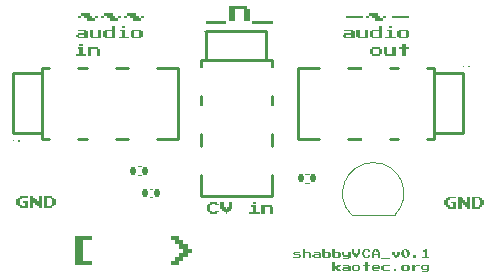
<source format=gbr>
%TF.GenerationSoftware,KiCad,Pcbnew,8.0.7+1*%
%TF.CreationDate,2025-02-03T22:01:07+01:00*%
%TF.ProjectId,passiveVCA,70617373-6976-4655-9643-412e6b696361,rev?*%
%TF.SameCoordinates,Original*%
%TF.FileFunction,Legend,Top*%
%TF.FilePolarity,Positive*%
%FSLAX46Y46*%
G04 Gerber Fmt 4.6, Leading zero omitted, Abs format (unit mm)*
G04 Created by KiCad (PCBNEW 8.0.7+1) date 2025-02-03 22:01:07*
%MOMM*%
%LPD*%
G01*
G04 APERTURE LIST*
G04 Aperture macros list*
%AMRoundRect*
0 Rectangle with rounded corners*
0 $1 Rounding radius*
0 $2 $3 $4 $5 $6 $7 $8 $9 X,Y pos of 4 corners*
0 Add a 4 corners polygon primitive as box body*
4,1,4,$2,$3,$4,$5,$6,$7,$8,$9,$2,$3,0*
0 Add four circle primitives for the rounded corners*
1,1,$1+$1,$2,$3*
1,1,$1+$1,$4,$5*
1,1,$1+$1,$6,$7*
1,1,$1+$1,$8,$9*
0 Add four rect primitives between the rounded corners*
20,1,$1+$1,$2,$3,$4,$5,0*
20,1,$1+$1,$4,$5,$6,$7,0*
20,1,$1+$1,$6,$7,$8,$9,0*
20,1,$1+$1,$8,$9,$2,$3,0*%
G04 Aperture macros list end*
%ADD10C,0.000000*%
%ADD11C,0.059999*%
%ADD12C,0.059995*%
%ADD13C,0.254001*%
%ADD14C,0.120000*%
%ADD15C,2.600000*%
%ADD16C,4.400000*%
%ADD17C,1.600000*%
%ADD18O,2.300000X1.400000*%
%ADD19O,1.400000X2.300000*%
%ADD20RoundRect,0.135000X-0.135000X-0.185000X0.135000X-0.185000X0.135000X0.185000X-0.135000X0.185000X0*%
%ADD21O,1.050000X1.500000*%
%ADD22R,1.050000X1.500000*%
%ADD23RoundRect,0.140000X-0.140000X-0.170000X0.140000X-0.170000X0.140000X0.170000X-0.140000X0.170000X0*%
G04 APERTURE END LIST*
D10*
G36*
X127177365Y-86789161D02*
G01*
X127322125Y-86789161D01*
X127322125Y-86933921D01*
X127466885Y-86933921D01*
X127466885Y-87368182D01*
X127322125Y-87368182D01*
X127322125Y-87512943D01*
X127177365Y-87512943D01*
X127177365Y-87657703D01*
X126453595Y-87657703D01*
X126453595Y-87512918D01*
X126453595Y-86789150D01*
X126743100Y-86789150D01*
X126743100Y-87512918D01*
X127032605Y-87512918D01*
X127032605Y-87368158D01*
X127177365Y-87368158D01*
X127177365Y-86933896D01*
X127032605Y-86933896D01*
X127032608Y-86861530D01*
X127032608Y-86789150D01*
X126743100Y-86789150D01*
X126453595Y-86789150D01*
X126453595Y-86644401D01*
X127177365Y-86644401D01*
X127177365Y-86789161D01*
G37*
G36*
X97121337Y-73095176D02*
G01*
X97410846Y-73095176D01*
X97410846Y-73239930D01*
X96542323Y-73239930D01*
X96542323Y-73095176D01*
X96831832Y-73095176D01*
X96831832Y-72660915D01*
X96687072Y-72660915D01*
X96687078Y-72588538D01*
X96687078Y-72516161D01*
X97121337Y-72516161D01*
X97121337Y-73095176D01*
G37*
G36*
X122865013Y-92954772D02*
G01*
X122760674Y-92954772D01*
X122760674Y-93059112D01*
X122238953Y-93059112D01*
X122238953Y-92954772D01*
X122656334Y-92954772D01*
X122656334Y-92850433D01*
X122238953Y-92850433D01*
X122238953Y-92746093D01*
X122134613Y-92746093D01*
X122134613Y-92746082D01*
X122134613Y-92537404D01*
X122238953Y-92537404D01*
X122238953Y-92537393D01*
X122343289Y-92537393D01*
X122343289Y-92746082D01*
X122656323Y-92746082D01*
X122656323Y-92537393D01*
X122343289Y-92537393D01*
X122238953Y-92537393D01*
X122238945Y-92485221D01*
X122238945Y-92433051D01*
X122865013Y-92433051D01*
X122865013Y-92954772D01*
G37*
G36*
X104875885Y-87245948D02*
G01*
X105020645Y-87245948D01*
X105020645Y-87390708D01*
X104731139Y-87390708D01*
X104731139Y-87245948D01*
X104441624Y-87245948D01*
X104441624Y-87390708D01*
X104296864Y-87390708D01*
X104296864Y-87824970D01*
X104441624Y-87824970D01*
X104441624Y-87969730D01*
X104731133Y-87969730D01*
X104731133Y-87824970D01*
X105020640Y-87824970D01*
X105020640Y-87969730D01*
X104875880Y-87969730D01*
X104875880Y-88114490D01*
X104296864Y-88114490D01*
X104296864Y-87969730D01*
X104152104Y-87969730D01*
X104152104Y-87824970D01*
X104007344Y-87824970D01*
X104007344Y-87390708D01*
X104152104Y-87390708D01*
X104152104Y-87245948D01*
X104296864Y-87245948D01*
X104296870Y-87173568D01*
X104296870Y-87101188D01*
X104875885Y-87101188D01*
X104875885Y-87245948D01*
G37*
G36*
X119206707Y-71559385D02*
G01*
X118962643Y-71559385D01*
X118962643Y-71315323D01*
X119206707Y-71315323D01*
X119206707Y-71559385D01*
G37*
G36*
X109508004Y-87535461D02*
G01*
X109652764Y-87535461D01*
X109652764Y-88114477D01*
X109363257Y-88114477D01*
X109363257Y-87535461D01*
X108928995Y-87535461D01*
X108928995Y-88114477D01*
X108639487Y-88114477D01*
X108639481Y-87752584D01*
X108639481Y-87390701D01*
X109508004Y-87390701D01*
X109508004Y-87535461D01*
G37*
G36*
X113578350Y-91413030D02*
G01*
X113682690Y-91413030D01*
X113682690Y-91830407D01*
X113056624Y-91830407D01*
X113056624Y-91726068D01*
X112952284Y-91726068D01*
X112952284Y-91726064D01*
X112952284Y-91621728D01*
X113056624Y-91621728D01*
X113056624Y-91621724D01*
X113160973Y-91621724D01*
X113160973Y-91726064D01*
X113474007Y-91726064D01*
X113474007Y-91621724D01*
X113160973Y-91621724D01*
X113056624Y-91621724D01*
X113056624Y-91517389D01*
X113474001Y-91517389D01*
X113474001Y-91413049D01*
X113056624Y-91413049D01*
X113056630Y-91360860D01*
X113056630Y-91308690D01*
X113578350Y-91308690D01*
X113578350Y-91413030D01*
G37*
G36*
X125150811Y-86789157D02*
G01*
X124571793Y-86789157D01*
X124571793Y-86933917D01*
X124427033Y-86933917D01*
X124427033Y-87368179D01*
X124571793Y-87368179D01*
X124571793Y-87512939D01*
X124861298Y-87512939D01*
X124861298Y-87223432D01*
X124716538Y-87223432D01*
X124716538Y-87078672D01*
X125150799Y-87078672D01*
X125150799Y-87657687D01*
X124427033Y-87657687D01*
X124427033Y-87512927D01*
X124282273Y-87512927D01*
X124282273Y-87368167D01*
X124137513Y-87368167D01*
X124137513Y-86933906D01*
X124282273Y-86933906D01*
X124282273Y-86789146D01*
X124427033Y-86789146D01*
X124427040Y-86716777D01*
X124427040Y-86644397D01*
X125150811Y-86644397D01*
X125150811Y-86789157D01*
G37*
G36*
X98424122Y-72660915D02*
G01*
X98568882Y-72660915D01*
X98568882Y-73095177D01*
X98424122Y-73095177D01*
X98424122Y-73239930D01*
X97700353Y-73239930D01*
X97700353Y-73095177D01*
X97555593Y-73095177D01*
X97555593Y-72660915D01*
X97700353Y-72660915D01*
X97845107Y-72660915D01*
X97845107Y-73095177D01*
X98279368Y-73095177D01*
X98279368Y-72660915D01*
X97845107Y-72660915D01*
X97700353Y-72660915D01*
X97700353Y-72516161D01*
X98424122Y-72516161D01*
X98424122Y-72660915D01*
G37*
G36*
X93518476Y-73870757D02*
G01*
X93228967Y-73870757D01*
X93228967Y-73726003D01*
X93518476Y-73726003D01*
X93518476Y-73870757D01*
G37*
G36*
X108205220Y-87969714D02*
G01*
X108494727Y-87969714D01*
X108494727Y-88114475D01*
X107626204Y-88114475D01*
X107626204Y-87969714D01*
X107915711Y-87969714D01*
X107915711Y-87535453D01*
X107770951Y-87535453D01*
X107770958Y-87463079D01*
X107770958Y-87390699D01*
X108205220Y-87390699D01*
X108205220Y-87969714D01*
G37*
D11*
X126156157Y-75560761D02*
X126157681Y-75560877D01*
X126159182Y-75561068D01*
X126160659Y-75561332D01*
X126162111Y-75561667D01*
X126163534Y-75562071D01*
X126164928Y-75562543D01*
X126166290Y-75563080D01*
X126167619Y-75563681D01*
X126168913Y-75564343D01*
X126170169Y-75565066D01*
X126171386Y-75565846D01*
X126172562Y-75566683D01*
X126173696Y-75567573D01*
X126174784Y-75568516D01*
X126175826Y-75569509D01*
X126176819Y-75570551D01*
X126177762Y-75571640D01*
X126178653Y-75572773D01*
X126179489Y-75573949D01*
X126180269Y-75575167D01*
X126180992Y-75576423D01*
X126181654Y-75577716D01*
X126182255Y-75579045D01*
X126182792Y-75580408D01*
X126183264Y-75581801D01*
X126183668Y-75583225D01*
X126184003Y-75584676D01*
X126184267Y-75586154D01*
X126184458Y-75587655D01*
X126184574Y-75589179D01*
X126184613Y-75590722D01*
X126184574Y-75592266D01*
X126184458Y-75593790D01*
X126184267Y-75595291D01*
X126184003Y-75596768D01*
X126183668Y-75598220D01*
X126183264Y-75599643D01*
X126182792Y-75601037D01*
X126182255Y-75602400D01*
X126181654Y-75603728D01*
X126180992Y-75605022D01*
X126180269Y-75606278D01*
X126179489Y-75607495D01*
X126178653Y-75608672D01*
X126177762Y-75609805D01*
X126176819Y-75610893D01*
X126175826Y-75611935D01*
X126174784Y-75612929D01*
X126173696Y-75613872D01*
X126172562Y-75614762D01*
X126171386Y-75615599D01*
X126170169Y-75616379D01*
X126168913Y-75617101D01*
X126167619Y-75617764D01*
X126166290Y-75618365D01*
X126164928Y-75618902D01*
X126163534Y-75619374D01*
X126162111Y-75619778D01*
X126160659Y-75620113D01*
X126159182Y-75620377D01*
X126157681Y-75620568D01*
X126156157Y-75620684D01*
X126154614Y-75620723D01*
X126153070Y-75620684D01*
X126151547Y-75620568D01*
X126150045Y-75620377D01*
X126148568Y-75620113D01*
X126147117Y-75619778D01*
X126145693Y-75619374D01*
X126144299Y-75618902D01*
X126142937Y-75618365D01*
X126141608Y-75617764D01*
X126140315Y-75617101D01*
X126139059Y-75616379D01*
X126137841Y-75615599D01*
X126136665Y-75614762D01*
X126135532Y-75613872D01*
X126134444Y-75612929D01*
X126133402Y-75611935D01*
X126132408Y-75610893D01*
X126131466Y-75609805D01*
X126130575Y-75608672D01*
X126129739Y-75607495D01*
X126128958Y-75606278D01*
X126128236Y-75605022D01*
X126127573Y-75603728D01*
X126126973Y-75602400D01*
X126126435Y-75601037D01*
X126125964Y-75599643D01*
X126125560Y-75598220D01*
X126125225Y-75596768D01*
X126124961Y-75595291D01*
X126124770Y-75593790D01*
X126124654Y-75592266D01*
X126124615Y-75590722D01*
X126124654Y-75589179D01*
X126124770Y-75587655D01*
X126124961Y-75586154D01*
X126125225Y-75584676D01*
X126125560Y-75583225D01*
X126125964Y-75581801D01*
X126126435Y-75580408D01*
X126126973Y-75579045D01*
X126127573Y-75577716D01*
X126128236Y-75576423D01*
X126128958Y-75575167D01*
X126129739Y-75573949D01*
X126130575Y-75572773D01*
X126131466Y-75571640D01*
X126132408Y-75570551D01*
X126133402Y-75569509D01*
X126134444Y-75568516D01*
X126135532Y-75567573D01*
X126136665Y-75566683D01*
X126137841Y-75565846D01*
X126139059Y-75565066D01*
X126140315Y-75564343D01*
X126141608Y-75563681D01*
X126142937Y-75563080D01*
X126144299Y-75562543D01*
X126145693Y-75562071D01*
X126147117Y-75561667D01*
X126148568Y-75561332D01*
X126150045Y-75561068D01*
X126151547Y-75560877D01*
X126153070Y-75560761D01*
X126154614Y-75560722D01*
X126156157Y-75560761D01*
G36*
X126156157Y-75560761D02*
G01*
X126157681Y-75560877D01*
X126159182Y-75561068D01*
X126160659Y-75561332D01*
X126162111Y-75561667D01*
X126163534Y-75562071D01*
X126164928Y-75562543D01*
X126166290Y-75563080D01*
X126167619Y-75563681D01*
X126168913Y-75564343D01*
X126170169Y-75565066D01*
X126171386Y-75565846D01*
X126172562Y-75566683D01*
X126173696Y-75567573D01*
X126174784Y-75568516D01*
X126175826Y-75569509D01*
X126176819Y-75570551D01*
X126177762Y-75571640D01*
X126178653Y-75572773D01*
X126179489Y-75573949D01*
X126180269Y-75575167D01*
X126180992Y-75576423D01*
X126181654Y-75577716D01*
X126182255Y-75579045D01*
X126182792Y-75580408D01*
X126183264Y-75581801D01*
X126183668Y-75583225D01*
X126184003Y-75584676D01*
X126184267Y-75586154D01*
X126184458Y-75587655D01*
X126184574Y-75589179D01*
X126184613Y-75590722D01*
X126184574Y-75592266D01*
X126184458Y-75593790D01*
X126184267Y-75595291D01*
X126184003Y-75596768D01*
X126183668Y-75598220D01*
X126183264Y-75599643D01*
X126182792Y-75601037D01*
X126182255Y-75602400D01*
X126181654Y-75603728D01*
X126180992Y-75605022D01*
X126180269Y-75606278D01*
X126179489Y-75607495D01*
X126178653Y-75608672D01*
X126177762Y-75609805D01*
X126176819Y-75610893D01*
X126175826Y-75611935D01*
X126174784Y-75612929D01*
X126173696Y-75613872D01*
X126172562Y-75614762D01*
X126171386Y-75615599D01*
X126170169Y-75616379D01*
X126168913Y-75617101D01*
X126167619Y-75617764D01*
X126166290Y-75618365D01*
X126164928Y-75618902D01*
X126163534Y-75619374D01*
X126162111Y-75619778D01*
X126160659Y-75620113D01*
X126159182Y-75620377D01*
X126157681Y-75620568D01*
X126156157Y-75620684D01*
X126154614Y-75620723D01*
X126153070Y-75620684D01*
X126151547Y-75620568D01*
X126150045Y-75620377D01*
X126148568Y-75620113D01*
X126147117Y-75619778D01*
X126145693Y-75619374D01*
X126144299Y-75618902D01*
X126142937Y-75618365D01*
X126141608Y-75617764D01*
X126140315Y-75617101D01*
X126139059Y-75616379D01*
X126137841Y-75615599D01*
X126136665Y-75614762D01*
X126135532Y-75613872D01*
X126134444Y-75612929D01*
X126133402Y-75611935D01*
X126132408Y-75610893D01*
X126131466Y-75609805D01*
X126130575Y-75608672D01*
X126129739Y-75607495D01*
X126128958Y-75606278D01*
X126128236Y-75605022D01*
X126127573Y-75603728D01*
X126126973Y-75602400D01*
X126126435Y-75601037D01*
X126125964Y-75599643D01*
X126125560Y-75598220D01*
X126125225Y-75596768D01*
X126124961Y-75595291D01*
X126124770Y-75593790D01*
X126124654Y-75592266D01*
X126124615Y-75590722D01*
X126124654Y-75589179D01*
X126124770Y-75587655D01*
X126124961Y-75586154D01*
X126125225Y-75584676D01*
X126125560Y-75583225D01*
X126125964Y-75581801D01*
X126126435Y-75580408D01*
X126126973Y-75579045D01*
X126127573Y-75577716D01*
X126128236Y-75576423D01*
X126128958Y-75575167D01*
X126129739Y-75573949D01*
X126130575Y-75572773D01*
X126131466Y-75571640D01*
X126132408Y-75570551D01*
X126133402Y-75569509D01*
X126134444Y-75568516D01*
X126135532Y-75567573D01*
X126136665Y-75566683D01*
X126137841Y-75565846D01*
X126139059Y-75565066D01*
X126140315Y-75564343D01*
X126141608Y-75563681D01*
X126142937Y-75563080D01*
X126144299Y-75562543D01*
X126145693Y-75562071D01*
X126147117Y-75561667D01*
X126148568Y-75561332D01*
X126150045Y-75561068D01*
X126151547Y-75560877D01*
X126153070Y-75560761D01*
X126154614Y-75560722D01*
X126156157Y-75560761D01*
G37*
D10*
G36*
X112326218Y-91308688D02*
G01*
X112743595Y-91308688D01*
X112743595Y-91413028D01*
X112847935Y-91413028D01*
X112847935Y-91830406D01*
X112639246Y-91830406D01*
X112639246Y-91413028D01*
X112326212Y-91413028D01*
X112326212Y-91830406D01*
X112117529Y-91830406D01*
X112117529Y-91100000D01*
X112326218Y-91100000D01*
X112326218Y-91308688D01*
G37*
G36*
X114830483Y-92537393D02*
G01*
X115039170Y-92537393D01*
X115039170Y-92433053D01*
X115352204Y-92433053D01*
X115352204Y-92537393D01*
X115247864Y-92537393D01*
X115247864Y-92641733D01*
X115143524Y-92641733D01*
X115143524Y-92746072D01*
X115247864Y-92746072D01*
X115247864Y-92850412D01*
X115352204Y-92850412D01*
X115352204Y-92954751D01*
X115039170Y-92954751D01*
X115039170Y-92850412D01*
X114934830Y-92850412D01*
X114934830Y-92746072D01*
X114830490Y-92746072D01*
X114830490Y-92954761D01*
X114621804Y-92954761D01*
X114621796Y-92589567D01*
X114621796Y-92224361D01*
X114830483Y-92224361D01*
X114830483Y-92537393D01*
G37*
G36*
X97256638Y-71559385D02*
G01*
X97012576Y-71559385D01*
X97012576Y-71315323D01*
X97256638Y-71315323D01*
X97256638Y-71559385D01*
G37*
G36*
X117742325Y-71559385D02*
G01*
X117498265Y-71559385D01*
X117498265Y-71315323D01*
X117742325Y-71315323D01*
X117742325Y-71559385D01*
G37*
G36*
X113995728Y-91308688D02*
G01*
X114413109Y-91308688D01*
X114413109Y-91413028D01*
X114517449Y-91413028D01*
X114517449Y-91726062D01*
X114413109Y-91726062D01*
X114413109Y-91830402D01*
X113891388Y-91830402D01*
X113891388Y-91726066D01*
X113891388Y-91726062D01*
X113787049Y-91726062D01*
X113787039Y-91413032D01*
X113995728Y-91413032D01*
X113995728Y-91726066D01*
X114308762Y-91726066D01*
X114308762Y-91413032D01*
X113995728Y-91413032D01*
X113787039Y-91413032D01*
X113787039Y-91100000D01*
X113995728Y-91100000D01*
X113995728Y-91308688D01*
G37*
G36*
X96252817Y-73239930D02*
G01*
X95384294Y-73239930D01*
X95384294Y-73095177D01*
X95384294Y-73095176D01*
X95239534Y-73095176D01*
X95239534Y-72660915D01*
X95384294Y-72660915D01*
X95529048Y-72660915D01*
X95529048Y-73095177D01*
X95963308Y-73095177D01*
X95963308Y-72660915D01*
X95529048Y-72660915D01*
X95384294Y-72660915D01*
X95384294Y-72516161D01*
X95963308Y-72516161D01*
X95963308Y-72226654D01*
X96252817Y-72226654D01*
X96252817Y-73239930D01*
G37*
G36*
X93792003Y-72660915D02*
G01*
X93936763Y-72660915D01*
X93936763Y-73239930D01*
X93068239Y-73239930D01*
X93068239Y-73095177D01*
X93068239Y-73095176D01*
X92923478Y-73095176D01*
X92923478Y-72950423D01*
X93212987Y-72950423D01*
X93212987Y-73095177D01*
X93647249Y-73095177D01*
X93647249Y-72950423D01*
X93212987Y-72950423D01*
X92923478Y-72950423D01*
X92923478Y-72950422D01*
X93068239Y-72950422D01*
X93068239Y-72805668D01*
X93647254Y-72805668D01*
X93647254Y-72660915D01*
X93068239Y-72660915D01*
X93068233Y-72588538D01*
X93068233Y-72516161D01*
X93792003Y-72516161D01*
X93792003Y-72660915D01*
G37*
G36*
X121159203Y-71559385D02*
G01*
X119694825Y-71559385D01*
X119694825Y-71315323D01*
X121159203Y-71315323D01*
X121159203Y-71559385D01*
G37*
G36*
X90930806Y-86739299D02*
G01*
X91075561Y-86739299D01*
X91075561Y-86884059D01*
X91220314Y-86884059D01*
X91220314Y-87318321D01*
X91075560Y-87318321D01*
X91075560Y-87463081D01*
X90930806Y-87463081D01*
X90930806Y-87607841D01*
X90207037Y-87607841D01*
X90207038Y-87463054D01*
X90207038Y-87101175D01*
X90207038Y-86739286D01*
X90496545Y-86739286D01*
X90496545Y-87463054D01*
X90786052Y-87463054D01*
X90786052Y-87318294D01*
X90930806Y-87318294D01*
X90930806Y-86884033D01*
X90786052Y-86884033D01*
X90786053Y-86811666D01*
X90786053Y-86739286D01*
X90496545Y-86739286D01*
X90207038Y-86739286D01*
X90207038Y-86594539D01*
X90930806Y-86594539D01*
X90930806Y-86739299D01*
G37*
G36*
X107385149Y-70786156D02*
G01*
X107629214Y-70786156D01*
X107629214Y-71762406D01*
X107141089Y-71762406D01*
X107141089Y-70786156D01*
X106408900Y-70786156D01*
X106408900Y-71762406D01*
X105920775Y-71762406D01*
X105920775Y-70542094D01*
X107385149Y-70542094D01*
X107385149Y-70786156D01*
G37*
G36*
X119525997Y-91934753D02*
G01*
X118795582Y-91934753D01*
X118795582Y-91830413D01*
X119525997Y-91830413D01*
X119525997Y-91934753D01*
G37*
G36*
X105454899Y-87535453D02*
G01*
X105599659Y-87535453D01*
X105599659Y-87680213D01*
X105744419Y-87680213D01*
X105744419Y-87535453D01*
X105889180Y-87535453D01*
X105889180Y-87101192D01*
X106178686Y-87101192D01*
X106178686Y-87680208D01*
X106033926Y-87680208D01*
X106033926Y-87824968D01*
X105889166Y-87824968D01*
X105889166Y-87969728D01*
X105744406Y-87969728D01*
X105744406Y-88114488D01*
X105599646Y-88114488D01*
X105599646Y-87969728D01*
X105454886Y-87969728D01*
X105454886Y-87824968D01*
X105310126Y-87824968D01*
X105310126Y-87680208D01*
X105165366Y-87680208D01*
X105165392Y-87390699D01*
X105165392Y-87101192D01*
X105454899Y-87101192D01*
X105454899Y-87535453D01*
G37*
G36*
X116382328Y-72660915D02*
G01*
X116527088Y-72660915D01*
X116527088Y-73239930D01*
X115658566Y-73239930D01*
X115658566Y-73095177D01*
X115513806Y-73095177D01*
X115513806Y-72950423D01*
X115658566Y-72950423D01*
X115803307Y-72950423D01*
X115803307Y-73095177D01*
X116237572Y-73095177D01*
X116237572Y-72950423D01*
X115803307Y-72950423D01*
X115658566Y-72950423D01*
X115658566Y-72805669D01*
X116237583Y-72805669D01*
X116237583Y-72660915D01*
X115658566Y-72660915D01*
X115658558Y-72588538D01*
X115658558Y-72516162D01*
X116382328Y-72516162D01*
X116382328Y-72660915D01*
G37*
G36*
X118843140Y-73239930D02*
G01*
X117974617Y-73239930D01*
X117974617Y-73095177D01*
X117829857Y-73095177D01*
X117829857Y-72660915D01*
X117974617Y-72660915D01*
X118119374Y-72660915D01*
X118119374Y-73095177D01*
X118553635Y-73095177D01*
X118553635Y-72660915D01*
X118119374Y-72660915D01*
X117974617Y-72660915D01*
X117974617Y-72516162D01*
X118553635Y-72516162D01*
X118553635Y-72226654D01*
X118843140Y-72226654D01*
X118843140Y-73239930D01*
G37*
G36*
X115665242Y-91621721D02*
G01*
X115978276Y-91621721D01*
X115978276Y-91308688D01*
X116186962Y-91308688D01*
X116186962Y-91830409D01*
X116082623Y-91830409D01*
X116082623Y-91934749D01*
X115560902Y-91934749D01*
X115560902Y-91830409D01*
X115978283Y-91830409D01*
X115978283Y-91726070D01*
X115560902Y-91726070D01*
X115560902Y-91621730D01*
X115456562Y-91621730D01*
X115456555Y-91465206D01*
X115456555Y-91308688D01*
X115665242Y-91308688D01*
X115665242Y-91621721D01*
G37*
G36*
X120047711Y-92954770D02*
G01*
X119839024Y-92954770D01*
X119839024Y-92746082D01*
X120047711Y-92746082D01*
X120047711Y-92954770D01*
G37*
G36*
X117647786Y-92433050D02*
G01*
X117856472Y-92433050D01*
X117856472Y-92537389D01*
X117647786Y-92537389D01*
X117647786Y-92954767D01*
X117439099Y-92954767D01*
X117439099Y-92537389D01*
X117230412Y-92537389D01*
X117230412Y-92433050D01*
X117439099Y-92433050D01*
X117439099Y-92224361D01*
X117647786Y-92224361D01*
X117647786Y-92433050D01*
G37*
G36*
X125585068Y-86789161D02*
G01*
X125729828Y-86789161D01*
X125729828Y-86933921D01*
X125874588Y-86933921D01*
X125874588Y-87078681D01*
X126019348Y-87078681D01*
X126019348Y-86644420D01*
X126308853Y-86644420D01*
X126308853Y-87657695D01*
X126019348Y-87657695D01*
X126019348Y-87512935D01*
X125874588Y-87512935D01*
X125874588Y-87368175D01*
X125729828Y-87368175D01*
X125729828Y-87223415D01*
X125585068Y-87223415D01*
X125585068Y-87657676D01*
X125295563Y-87657676D01*
X125295563Y-86644401D01*
X125585068Y-86644401D01*
X125585068Y-86789161D01*
G37*
G36*
X121014450Y-72660915D02*
G01*
X121159211Y-72660915D01*
X121159211Y-73095177D01*
X121014450Y-73095177D01*
X121014450Y-73239931D01*
X120290680Y-73239931D01*
X120290680Y-73095177D01*
X120145920Y-73095177D01*
X120145920Y-72660915D01*
X120290680Y-72660915D01*
X120435433Y-72660915D01*
X120435433Y-73095177D01*
X120869694Y-73095177D01*
X120869694Y-72660915D01*
X120435433Y-72660915D01*
X120290680Y-72660915D01*
X120290680Y-72516162D01*
X121014450Y-72516162D01*
X121014450Y-72660915D01*
G37*
G36*
X94816014Y-71559385D02*
G01*
X94571951Y-71559385D01*
X94571951Y-71315323D01*
X94816014Y-71315323D01*
X94816014Y-71559385D01*
G37*
G36*
X108205222Y-87245948D02*
G01*
X107915713Y-87245948D01*
X107915713Y-87101188D01*
X108205222Y-87101188D01*
X108205222Y-87245948D01*
G37*
G36*
X94371019Y-73095176D02*
G01*
X94805278Y-73095176D01*
X94805278Y-72516161D01*
X95094787Y-72516161D01*
X95094787Y-73239930D01*
X94226264Y-73239930D01*
X94226264Y-73095176D01*
X94081504Y-73095176D01*
X94081510Y-72805669D01*
X94081510Y-72516161D01*
X94371019Y-72516161D01*
X94371019Y-73095176D01*
G37*
G36*
X95304139Y-71559385D02*
G01*
X95060076Y-71559385D01*
X95060076Y-71315323D01*
X95304139Y-71315323D01*
X95304139Y-71559385D01*
G37*
G36*
X119711666Y-73095177D02*
G01*
X120001171Y-73095177D01*
X120001171Y-73239931D01*
X119132649Y-73239931D01*
X119132649Y-73095177D01*
X119422154Y-73095177D01*
X119422154Y-72660915D01*
X119277394Y-72660915D01*
X119277405Y-72588539D01*
X119277405Y-72516162D01*
X119711666Y-72516162D01*
X119711666Y-73095177D01*
G37*
G36*
X119525990Y-92537391D02*
G01*
X119004269Y-92537391D01*
X119004269Y-92850425D01*
X119525990Y-92850425D01*
X119525990Y-92954765D01*
X118899922Y-92954765D01*
X118899922Y-92850425D01*
X118795582Y-92850425D01*
X118795582Y-92537391D01*
X118899922Y-92537391D01*
X118899922Y-92433051D01*
X119525990Y-92433051D01*
X119525990Y-92537391D01*
G37*
G36*
X116082619Y-92537391D02*
G01*
X116186959Y-92537391D01*
X116186959Y-92954768D01*
X115560891Y-92954768D01*
X115560891Y-92850429D01*
X115456551Y-92850429D01*
X115456551Y-92850425D01*
X115456551Y-92746089D01*
X115560891Y-92746089D01*
X115560891Y-92746085D01*
X115665242Y-92746085D01*
X115665242Y-92850425D01*
X115978276Y-92850425D01*
X115978276Y-92746085D01*
X115665242Y-92746085D01*
X115560891Y-92746085D01*
X115560891Y-92641750D01*
X115978272Y-92641750D01*
X115978272Y-92537410D01*
X115560891Y-92537410D01*
X115560898Y-92485221D01*
X115560898Y-92433051D01*
X116082619Y-92433051D01*
X116082619Y-92537391D01*
G37*
G36*
X88904255Y-86739293D02*
G01*
X88325239Y-86739293D01*
X88325239Y-86884054D01*
X88180485Y-86884054D01*
X88180485Y-87318315D01*
X88325239Y-87318315D01*
X88325239Y-87463075D01*
X88614747Y-87463075D01*
X88614747Y-87173568D01*
X88469992Y-87173568D01*
X88469992Y-87028808D01*
X88904254Y-87028808D01*
X88904254Y-87607824D01*
X88180486Y-87607824D01*
X88180486Y-87463064D01*
X88035731Y-87463064D01*
X88035731Y-87318303D01*
X87890977Y-87318303D01*
X87890977Y-86884042D01*
X88035731Y-86884042D01*
X88035731Y-86739282D01*
X88180486Y-86739282D01*
X88180486Y-86594533D01*
X88904255Y-86594533D01*
X88904255Y-86739293D01*
G37*
G36*
X105676714Y-72006469D02*
G01*
X103968275Y-72006469D01*
X103968275Y-71762406D01*
X105676714Y-71762406D01*
X105676714Y-72006469D01*
G37*
G36*
X122656327Y-91726068D02*
G01*
X122865013Y-91726068D01*
X122865013Y-91830407D01*
X122238945Y-91830407D01*
X122238945Y-91726068D01*
X122447632Y-91726068D01*
X122447632Y-91308690D01*
X122343293Y-91308690D01*
X122343293Y-91204351D01*
X122447632Y-91204351D01*
X122447640Y-91152171D01*
X122447640Y-91100002D01*
X122656327Y-91100002D01*
X122656327Y-91726068D01*
G37*
G36*
X89338516Y-86739299D02*
G01*
X89483270Y-86739299D01*
X89483270Y-86884059D01*
X89628024Y-86884059D01*
X89628024Y-87028819D01*
X89772779Y-87028819D01*
X89772779Y-86594558D01*
X90062286Y-86594558D01*
X90062286Y-87607833D01*
X89772777Y-87607833D01*
X89772777Y-87463073D01*
X89628023Y-87463073D01*
X89628023Y-87318313D01*
X89483269Y-87318313D01*
X89483269Y-87173553D01*
X89338515Y-87173553D01*
X89338515Y-87607814D01*
X89049008Y-87607814D01*
X89049008Y-87101175D01*
X89049008Y-86594539D01*
X89338516Y-86594539D01*
X89338516Y-86739299D01*
G37*
G36*
X118586888Y-92537391D02*
G01*
X118691227Y-92537391D01*
X118691227Y-92746080D01*
X118169506Y-92746080D01*
X118169506Y-92850419D01*
X118586888Y-92850419D01*
X118586888Y-92954759D01*
X118065167Y-92954759D01*
X118065167Y-92850419D01*
X117960827Y-92850419D01*
X117960827Y-92641736D01*
X117960827Y-92537397D01*
X118169510Y-92537397D01*
X118169510Y-92641736D01*
X118482544Y-92641736D01*
X118482544Y-92537397D01*
X118169510Y-92537397D01*
X117960827Y-92537397D01*
X117960827Y-92537385D01*
X118065167Y-92537385D01*
X118065167Y-92433051D01*
X118586888Y-92433051D01*
X118586888Y-92537391D01*
G37*
G36*
X121717228Y-91830409D02*
G01*
X121508541Y-91830409D01*
X121508541Y-91621721D01*
X121717228Y-91621721D01*
X121717228Y-91830409D01*
G37*
G36*
X121612873Y-92537389D02*
G01*
X121717213Y-92537389D01*
X121717213Y-92433050D01*
X122030247Y-92433050D01*
X122030247Y-92537389D01*
X121717224Y-92537389D01*
X121717224Y-92641729D01*
X121612885Y-92641729D01*
X121612885Y-92954761D01*
X121404194Y-92954761D01*
X121404187Y-92693910D01*
X121404187Y-92433050D01*
X121612873Y-92433050D01*
X121612873Y-92537389D01*
G37*
G36*
X116917374Y-92537391D02*
G01*
X117021714Y-92537391D01*
X117021714Y-92850425D01*
X116917374Y-92850425D01*
X116917374Y-92954765D01*
X116395653Y-92954765D01*
X116395653Y-92850427D01*
X116395653Y-92850425D01*
X116291313Y-92850425D01*
X116291313Y-92537393D01*
X116499997Y-92537393D01*
X116499997Y-92850427D01*
X116813031Y-92850427D01*
X116813031Y-92537393D01*
X116499997Y-92537393D01*
X116291313Y-92537393D01*
X116291313Y-92537391D01*
X116395653Y-92537391D01*
X116395653Y-92433051D01*
X116917374Y-92433051D01*
X116917374Y-92537391D01*
G37*
G36*
X118482548Y-91204341D02*
G01*
X118586888Y-91204341D01*
X118586888Y-91308681D01*
X118691227Y-91308681D01*
X118691227Y-91830402D01*
X118482544Y-91830402D01*
X118482544Y-91621713D01*
X118169510Y-91621713D01*
X118169510Y-91830402D01*
X117960820Y-91830402D01*
X117960820Y-91517373D01*
X118169525Y-91517373D01*
X118482560Y-91517373D01*
X118482560Y-91308685D01*
X118378220Y-91308685D01*
X118378205Y-91256515D01*
X118378205Y-91204345D01*
X118273865Y-91204345D01*
X118273865Y-91308685D01*
X118169525Y-91308685D01*
X118169525Y-91517373D01*
X117960820Y-91517373D01*
X117960820Y-91308685D01*
X117960820Y-91308681D01*
X118065159Y-91308681D01*
X118065159Y-91204341D01*
X118169499Y-91204341D01*
X118169514Y-91152171D01*
X118169514Y-91100002D01*
X118482548Y-91100002D01*
X118482548Y-91204341D01*
G37*
G36*
X116961342Y-73095177D02*
G01*
X117395604Y-73095177D01*
X117395604Y-72516162D01*
X117685109Y-72516162D01*
X117685109Y-73239930D01*
X116816586Y-73239930D01*
X116816586Y-73095177D01*
X116671826Y-73095177D01*
X116671837Y-72805669D01*
X116671837Y-72516162D01*
X116961342Y-72516162D01*
X116961342Y-73095177D01*
G37*
G36*
X120869690Y-74015510D02*
G01*
X121159195Y-74015510D01*
X121159195Y-74160265D01*
X120869694Y-74160265D01*
X120869694Y-74739280D01*
X120580185Y-74739280D01*
X120580185Y-74160265D01*
X120290680Y-74160265D01*
X120290680Y-74015510D01*
X120580185Y-74015510D01*
X120580185Y-73726003D01*
X120869690Y-73726003D01*
X120869690Y-74015510D01*
G37*
G36*
X96036326Y-71315323D02*
G01*
X96280388Y-71315323D01*
X96280388Y-71559385D01*
X96524452Y-71559385D01*
X96524452Y-71803448D01*
X95792263Y-71803448D01*
X95792263Y-71559385D01*
X95548201Y-71559385D01*
X95548201Y-71315323D01*
X95304139Y-71315323D01*
X95304139Y-71071260D01*
X96036326Y-71071260D01*
X96036326Y-71315323D01*
G37*
G36*
X116500000Y-91413032D02*
G01*
X116604340Y-91413032D01*
X116604340Y-91517371D01*
X116708680Y-91517371D01*
X116708680Y-91413032D01*
X116813019Y-91413032D01*
X116813019Y-91100000D01*
X117021706Y-91100000D01*
X117021706Y-91517377D01*
X116917366Y-91517377D01*
X116917366Y-91621717D01*
X116813027Y-91621717D01*
X116813027Y-91726056D01*
X116708687Y-91726056D01*
X116708687Y-91830396D01*
X116604348Y-91830396D01*
X116604348Y-91726056D01*
X116500008Y-91726056D01*
X116500008Y-91621717D01*
X116395668Y-91621717D01*
X116395668Y-91517377D01*
X116291329Y-91517377D01*
X116291313Y-91308688D01*
X116291313Y-91100000D01*
X116500000Y-91100000D01*
X116500000Y-91413032D01*
G37*
G36*
X117752140Y-91204341D02*
G01*
X117856480Y-91204341D01*
X117856480Y-91308681D01*
X117647782Y-91308681D01*
X117647782Y-91204341D01*
X117439099Y-91204341D01*
X117439099Y-91308681D01*
X117334759Y-91308681D01*
X117334759Y-91621713D01*
X117439099Y-91621713D01*
X117439099Y-91726053D01*
X117647786Y-91726053D01*
X117647786Y-91621713D01*
X117856472Y-91621713D01*
X117856472Y-91726053D01*
X117752133Y-91726053D01*
X117752133Y-91830392D01*
X117334755Y-91830392D01*
X117334755Y-91726053D01*
X117230416Y-91726053D01*
X117230416Y-91621713D01*
X117126076Y-91621713D01*
X117126076Y-91308681D01*
X117230416Y-91308681D01*
X117230416Y-91204341D01*
X117334755Y-91204341D01*
X117334759Y-91152171D01*
X117334759Y-91100002D01*
X117752140Y-91100002D01*
X117752140Y-91204341D01*
G37*
G36*
X111908839Y-91413030D02*
G01*
X111491461Y-91413030D01*
X111491461Y-91517370D01*
X111908839Y-91517370D01*
X111908839Y-91621709D01*
X112013178Y-91621709D01*
X112013178Y-91726049D01*
X111908839Y-91726049D01*
X111908839Y-91830388D01*
X111282772Y-91830388D01*
X111282772Y-91726049D01*
X111804495Y-91726049D01*
X111804495Y-91621709D01*
X111387118Y-91621709D01*
X111387118Y-91517370D01*
X111282778Y-91517370D01*
X111282778Y-91413030D01*
X111387118Y-91413030D01*
X111387118Y-91308690D01*
X111908839Y-91308690D01*
X111908839Y-91413030D01*
G37*
G36*
X93518474Y-74594525D02*
G01*
X93807983Y-74594525D01*
X93807983Y-74739279D01*
X92939460Y-74739279D01*
X92939460Y-74594525D01*
X93228967Y-74594525D01*
X93228967Y-74160264D01*
X93084207Y-74160264D01*
X93084215Y-74087887D01*
X93084215Y-74015510D01*
X93518474Y-74015510D01*
X93518474Y-74594525D01*
G37*
G36*
X118474514Y-71315323D02*
G01*
X118718579Y-71315323D01*
X118718579Y-71559385D01*
X118962639Y-71559385D01*
X118962639Y-71803448D01*
X118230450Y-71803448D01*
X118230450Y-71559385D01*
X117986389Y-71559385D01*
X117986389Y-71315323D01*
X117742329Y-71315323D01*
X117742325Y-71193292D01*
X117742325Y-71071260D01*
X118474514Y-71071260D01*
X118474514Y-71315323D01*
G37*
G36*
X119277401Y-74594526D02*
G01*
X119711663Y-74594526D01*
X119711663Y-74015511D01*
X120001168Y-74015511D01*
X120001168Y-74739280D01*
X119132645Y-74739280D01*
X119132645Y-74594526D01*
X118987885Y-74594526D01*
X118987896Y-74305018D01*
X118987896Y-74015511D01*
X119277401Y-74015511D01*
X119277401Y-74594526D01*
G37*
G36*
X97121339Y-72371408D02*
G01*
X96831832Y-72371408D01*
X96831832Y-72226654D01*
X97121339Y-72226654D01*
X97121339Y-72371408D01*
G37*
G36*
X94821260Y-74160265D02*
G01*
X94966020Y-74160265D01*
X94966020Y-74739279D01*
X94676505Y-74739279D01*
X94676505Y-74160264D01*
X94242244Y-74160264D01*
X94242244Y-74739279D01*
X93952735Y-74739279D01*
X93952737Y-74377395D01*
X93952737Y-74015510D01*
X94821260Y-74015510D01*
X94821260Y-74160265D01*
G37*
G36*
X119943371Y-91621721D02*
G01*
X120152058Y-91621721D01*
X120152058Y-91308688D01*
X120360745Y-91308688D01*
X120360745Y-91621721D01*
X120256405Y-91621721D01*
X120256405Y-91726060D01*
X120152066Y-91726060D01*
X120152066Y-91830400D01*
X119943379Y-91830400D01*
X119943379Y-91726060D01*
X119839039Y-91726060D01*
X119839039Y-91621721D01*
X119734700Y-91621721D01*
X119734684Y-91465206D01*
X119734684Y-91308688D01*
X119943371Y-91308688D01*
X119943371Y-91621721D01*
G37*
G36*
X93351638Y-71559385D02*
G01*
X93107577Y-71559385D01*
X93107577Y-71315323D01*
X93351638Y-71315323D01*
X93351638Y-71559385D01*
G37*
G36*
X119711663Y-72371408D02*
G01*
X119422158Y-72371408D01*
X119422158Y-72226654D01*
X119711663Y-72226654D01*
X119711663Y-72371408D01*
G37*
G36*
X109581713Y-72006469D02*
G01*
X107873274Y-72006469D01*
X107873274Y-71762406D01*
X109581713Y-71762406D01*
X109581713Y-72006469D01*
G37*
D11*
X88056058Y-81860761D02*
X88057582Y-81860877D01*
X88059083Y-81861068D01*
X88060561Y-81861331D01*
X88062012Y-81861666D01*
X88063436Y-81862071D01*
X88064830Y-81862542D01*
X88066192Y-81863079D01*
X88067521Y-81863680D01*
X88068815Y-81864343D01*
X88070071Y-81865065D01*
X88071288Y-81865845D01*
X88072465Y-81866682D01*
X88073598Y-81867572D01*
X88074687Y-81868515D01*
X88075728Y-81869509D01*
X88076722Y-81870551D01*
X88077665Y-81871639D01*
X88078555Y-81872772D01*
X88079392Y-81873949D01*
X88080172Y-81875166D01*
X88080895Y-81876422D01*
X88081557Y-81877716D01*
X88082158Y-81879044D01*
X88082695Y-81880407D01*
X88083167Y-81881801D01*
X88083571Y-81883224D01*
X88083906Y-81884676D01*
X88084170Y-81886153D01*
X88084361Y-81887654D01*
X88084476Y-81889178D01*
X88084515Y-81890722D01*
X88084476Y-81892265D01*
X88084360Y-81893789D01*
X88084169Y-81895290D01*
X88083906Y-81896768D01*
X88083571Y-81898219D01*
X88083166Y-81899643D01*
X88082695Y-81901036D01*
X88082158Y-81902399D01*
X88081557Y-81903728D01*
X88080894Y-81905021D01*
X88080172Y-81906277D01*
X88079392Y-81907495D01*
X88078555Y-81908671D01*
X88077665Y-81909804D01*
X88076722Y-81910893D01*
X88075729Y-81911935D01*
X88074687Y-81912928D01*
X88073598Y-81913871D01*
X88072465Y-81914761D01*
X88071289Y-81915598D01*
X88070071Y-81916378D01*
X88068815Y-81917101D01*
X88067522Y-81917763D01*
X88066193Y-81918364D01*
X88064830Y-81918901D01*
X88063436Y-81919373D01*
X88062013Y-81919777D01*
X88060561Y-81920112D01*
X88059084Y-81920376D01*
X88057583Y-81920566D01*
X88056059Y-81920682D01*
X88054515Y-81920721D01*
X88052971Y-81920682D01*
X88051448Y-81920566D01*
X88049946Y-81920376D01*
X88048469Y-81920112D01*
X88047017Y-81919777D01*
X88045594Y-81919373D01*
X88044200Y-81918901D01*
X88042837Y-81918364D01*
X88041508Y-81917763D01*
X88040215Y-81917101D01*
X88038958Y-81916378D01*
X88037741Y-81915598D01*
X88036565Y-81914761D01*
X88035432Y-81913871D01*
X88034343Y-81912928D01*
X88033301Y-81911935D01*
X88032308Y-81910893D01*
X88031365Y-81909804D01*
X88030474Y-81908671D01*
X88029638Y-81907495D01*
X88028857Y-81906277D01*
X88028135Y-81905021D01*
X88027472Y-81903728D01*
X88026872Y-81902399D01*
X88026334Y-81901036D01*
X88025863Y-81899643D01*
X88025459Y-81898219D01*
X88025124Y-81896768D01*
X88024860Y-81895290D01*
X88024669Y-81893789D01*
X88024553Y-81892265D01*
X88024514Y-81890722D01*
X88024553Y-81889178D01*
X88024669Y-81887654D01*
X88024860Y-81886153D01*
X88025124Y-81884676D01*
X88025459Y-81883224D01*
X88025863Y-81881801D01*
X88026334Y-81880407D01*
X88026872Y-81879044D01*
X88027472Y-81877716D01*
X88028135Y-81876422D01*
X88028857Y-81875166D01*
X88029638Y-81873949D01*
X88030474Y-81872772D01*
X88031365Y-81871639D01*
X88032308Y-81870551D01*
X88033301Y-81869509D01*
X88034343Y-81868515D01*
X88035431Y-81867572D01*
X88036565Y-81866682D01*
X88037741Y-81865845D01*
X88038958Y-81865065D01*
X88040214Y-81864343D01*
X88041508Y-81863680D01*
X88042837Y-81863079D01*
X88044199Y-81862542D01*
X88045593Y-81862071D01*
X88047017Y-81861666D01*
X88048468Y-81861331D01*
X88049946Y-81861068D01*
X88051447Y-81860877D01*
X88052970Y-81860761D01*
X88054514Y-81860722D01*
X88056058Y-81860761D01*
D10*
G36*
X117254200Y-71559385D02*
G01*
X115789826Y-71559385D01*
X115789826Y-71315323D01*
X117254200Y-71315323D01*
X117254200Y-71559385D01*
G37*
G36*
X114830483Y-91308688D02*
G01*
X115247864Y-91308688D01*
X115247864Y-91413028D01*
X115352204Y-91413028D01*
X115352204Y-91726062D01*
X115247864Y-91726062D01*
X115247864Y-91830402D01*
X114726143Y-91830402D01*
X114726143Y-91726066D01*
X114726143Y-91726062D01*
X114621804Y-91726062D01*
X114621796Y-91413032D01*
X114830487Y-91413032D01*
X114830487Y-91726066D01*
X115143521Y-91726066D01*
X115143521Y-91413032D01*
X114830487Y-91413032D01*
X114621796Y-91413032D01*
X114621796Y-91100000D01*
X114830483Y-91100000D01*
X114830483Y-91308688D01*
G37*
G36*
X96768514Y-71559385D02*
G01*
X96524452Y-71559385D01*
X96524452Y-71315323D01*
X96768514Y-71315323D01*
X96768514Y-71559385D01*
G37*
G36*
X120986817Y-91204341D02*
G01*
X121091156Y-91204341D01*
X121091156Y-91308681D01*
X121195496Y-91308681D01*
X121195496Y-91621713D01*
X121091156Y-91621713D01*
X121091156Y-91726053D01*
X120986817Y-91726053D01*
X120986817Y-91830392D01*
X120673783Y-91830392D01*
X120673783Y-91726053D01*
X120569443Y-91726053D01*
X120569443Y-91621723D01*
X120569443Y-91621713D01*
X120465103Y-91621713D01*
X120465103Y-91308681D01*
X120569443Y-91308681D01*
X120569443Y-91204345D01*
X120673786Y-91204345D01*
X120673786Y-91621723D01*
X120778126Y-91621723D01*
X120778126Y-91726062D01*
X120986813Y-91726062D01*
X120986813Y-91308685D01*
X120882473Y-91308685D01*
X120882473Y-91204345D01*
X120673786Y-91204345D01*
X120569443Y-91204345D01*
X120569443Y-91204341D01*
X120673783Y-91204341D01*
X120673783Y-91100002D01*
X120986817Y-91100002D01*
X120986817Y-91204341D01*
G37*
G36*
X94083825Y-71315323D02*
G01*
X94327888Y-71315323D01*
X94327888Y-71559385D01*
X94571951Y-71559385D01*
X94571951Y-71803448D01*
X93839763Y-71803448D01*
X93839763Y-71559385D01*
X93595702Y-71559385D01*
X93595702Y-71315323D01*
X93351639Y-71315323D01*
X93351638Y-71193292D01*
X93351638Y-71071260D01*
X94083825Y-71071260D01*
X94083825Y-71315323D01*
G37*
G36*
X121091153Y-92537391D02*
G01*
X121195492Y-92537391D01*
X121195492Y-92850425D01*
X121091153Y-92850425D01*
X121091153Y-92954765D01*
X120569432Y-92954765D01*
X120569432Y-92850427D01*
X120569432Y-92850425D01*
X120465092Y-92850425D01*
X120465092Y-92537393D01*
X120673775Y-92537393D01*
X120673775Y-92850427D01*
X120986809Y-92850427D01*
X120986809Y-92537393D01*
X120673775Y-92537393D01*
X120465092Y-92537393D01*
X120465092Y-92537391D01*
X120569432Y-92537391D01*
X120569432Y-92433051D01*
X121091153Y-92433051D01*
X121091153Y-92537391D01*
G37*
G36*
X118698391Y-74160265D02*
G01*
X118843151Y-74160265D01*
X118843151Y-74594526D01*
X118698391Y-74594526D01*
X118698391Y-74739280D01*
X117974621Y-74739280D01*
X117974621Y-74594526D01*
X117829861Y-74594526D01*
X117829861Y-74160265D01*
X117974621Y-74160265D01*
X118119374Y-74160265D01*
X118119374Y-74594526D01*
X118553635Y-74594526D01*
X118553635Y-74160265D01*
X118119374Y-74160265D01*
X117974621Y-74160265D01*
X117974621Y-74015510D01*
X118698391Y-74015510D01*
X118698391Y-74160265D01*
G37*
G36*
X97988826Y-71315323D02*
G01*
X98232886Y-71315323D01*
X98232886Y-71559385D01*
X98476948Y-71559385D01*
X98476948Y-71315323D01*
X98721009Y-71315323D01*
X98721009Y-71559385D01*
X98476950Y-71559385D01*
X98476950Y-71803448D01*
X97744764Y-71803448D01*
X97744764Y-71559385D01*
X97500701Y-71559385D01*
X97500701Y-71315323D01*
X97256639Y-71315323D01*
X97256639Y-71071260D01*
X97988826Y-71071260D01*
X97988826Y-71315323D01*
G37*
D11*
X103776001Y-72600660D02*
X103777479Y-72600769D01*
X103778944Y-72600951D01*
X103780394Y-72601204D01*
X103781826Y-72601527D01*
X103783239Y-72601919D01*
X103784629Y-72602379D01*
X103785994Y-72602906D01*
X103787332Y-72603499D01*
X103788641Y-72604157D01*
X103789916Y-72604878D01*
X103791158Y-72605663D01*
X103792362Y-72606509D01*
X103793526Y-72607416D01*
X103794649Y-72608383D01*
X103795727Y-72609409D01*
X103796753Y-72610487D01*
X103797720Y-72611610D01*
X103798627Y-72612774D01*
X103799474Y-72613978D01*
X103800258Y-72615220D01*
X103800980Y-72616496D01*
X103801638Y-72617804D01*
X103802231Y-72619142D01*
X103802758Y-72620507D01*
X103803218Y-72621898D01*
X103803610Y-72623310D01*
X103803933Y-72624743D01*
X103804186Y-72626193D01*
X103804367Y-72627658D01*
X103804477Y-72629135D01*
X103804514Y-72630623D01*
X103804477Y-72632110D01*
X103804367Y-72633588D01*
X103804186Y-72635053D01*
X103803933Y-72636503D01*
X103803610Y-72637935D01*
X103803218Y-72639348D01*
X103802758Y-72640738D01*
X103802231Y-72642103D01*
X103801638Y-72643441D01*
X103800980Y-72644750D01*
X103800258Y-72646026D01*
X103799474Y-72647267D01*
X103798627Y-72648471D01*
X103797720Y-72649636D01*
X103796753Y-72650758D01*
X103795727Y-72651836D01*
X103794649Y-72652862D01*
X103793526Y-72653829D01*
X103792362Y-72654736D01*
X103791158Y-72655583D01*
X103789916Y-72656367D01*
X103788641Y-72657089D01*
X103787332Y-72657747D01*
X103785994Y-72658339D01*
X103784629Y-72658866D01*
X103783239Y-72659326D01*
X103781826Y-72659718D01*
X103780394Y-72660041D01*
X103778944Y-72660294D01*
X103777479Y-72660476D01*
X103776001Y-72660586D01*
X103774514Y-72660623D01*
X103773026Y-72660586D01*
X103771548Y-72660476D01*
X103770083Y-72660294D01*
X103768633Y-72660041D01*
X103767201Y-72659718D01*
X103765788Y-72659326D01*
X103764398Y-72658866D01*
X103763033Y-72658339D01*
X103761695Y-72657747D01*
X103760387Y-72657089D01*
X103759111Y-72656367D01*
X103757869Y-72655583D01*
X103756665Y-72654736D01*
X103755501Y-72653829D01*
X103754378Y-72652862D01*
X103753300Y-72651836D01*
X103752274Y-72650758D01*
X103751307Y-72649636D01*
X103750400Y-72648471D01*
X103749553Y-72647267D01*
X103748769Y-72646026D01*
X103748047Y-72644750D01*
X103747389Y-72643441D01*
X103746796Y-72642103D01*
X103746270Y-72640738D01*
X103745810Y-72639348D01*
X103745418Y-72637935D01*
X103745095Y-72636503D01*
X103744842Y-72635053D01*
X103744660Y-72633588D01*
X103744550Y-72632110D01*
X103744513Y-72630623D01*
X103744550Y-72629135D01*
X103744660Y-72627658D01*
X103744842Y-72626193D01*
X103745095Y-72624743D01*
X103745418Y-72623310D01*
X103745810Y-72621898D01*
X103746270Y-72620507D01*
X103746796Y-72619142D01*
X103747389Y-72617804D01*
X103748047Y-72616496D01*
X103748769Y-72615220D01*
X103749553Y-72613978D01*
X103750400Y-72612774D01*
X103751307Y-72611610D01*
X103752274Y-72610487D01*
X103753300Y-72609409D01*
X103754378Y-72608383D01*
X103755501Y-72607416D01*
X103756665Y-72606509D01*
X103757869Y-72605663D01*
X103759111Y-72604878D01*
X103760387Y-72604157D01*
X103761695Y-72603499D01*
X103763033Y-72602906D01*
X103764398Y-72602379D01*
X103765788Y-72601919D01*
X103767201Y-72601527D01*
X103768633Y-72601204D01*
X103770083Y-72600951D01*
X103771548Y-72600769D01*
X103773026Y-72600660D01*
X103774514Y-72600623D01*
X103776001Y-72600660D01*
G36*
X103776001Y-72600660D02*
G01*
X103777479Y-72600769D01*
X103778944Y-72600951D01*
X103780394Y-72601204D01*
X103781826Y-72601527D01*
X103783239Y-72601919D01*
X103784629Y-72602379D01*
X103785994Y-72602906D01*
X103787332Y-72603499D01*
X103788641Y-72604157D01*
X103789916Y-72604878D01*
X103791158Y-72605663D01*
X103792362Y-72606509D01*
X103793526Y-72607416D01*
X103794649Y-72608383D01*
X103795727Y-72609409D01*
X103796753Y-72610487D01*
X103797720Y-72611610D01*
X103798627Y-72612774D01*
X103799474Y-72613978D01*
X103800258Y-72615220D01*
X103800980Y-72616496D01*
X103801638Y-72617804D01*
X103802231Y-72619142D01*
X103802758Y-72620507D01*
X103803218Y-72621898D01*
X103803610Y-72623310D01*
X103803933Y-72624743D01*
X103804186Y-72626193D01*
X103804367Y-72627658D01*
X103804477Y-72629135D01*
X103804514Y-72630623D01*
X103804477Y-72632110D01*
X103804367Y-72633588D01*
X103804186Y-72635053D01*
X103803933Y-72636503D01*
X103803610Y-72637935D01*
X103803218Y-72639348D01*
X103802758Y-72640738D01*
X103802231Y-72642103D01*
X103801638Y-72643441D01*
X103800980Y-72644750D01*
X103800258Y-72646026D01*
X103799474Y-72647267D01*
X103798627Y-72648471D01*
X103797720Y-72649636D01*
X103796753Y-72650758D01*
X103795727Y-72651836D01*
X103794649Y-72652862D01*
X103793526Y-72653829D01*
X103792362Y-72654736D01*
X103791158Y-72655583D01*
X103789916Y-72656367D01*
X103788641Y-72657089D01*
X103787332Y-72657747D01*
X103785994Y-72658339D01*
X103784629Y-72658866D01*
X103783239Y-72659326D01*
X103781826Y-72659718D01*
X103780394Y-72660041D01*
X103778944Y-72660294D01*
X103777479Y-72660476D01*
X103776001Y-72660586D01*
X103774514Y-72660623D01*
X103773026Y-72660586D01*
X103771548Y-72660476D01*
X103770083Y-72660294D01*
X103768633Y-72660041D01*
X103767201Y-72659718D01*
X103765788Y-72659326D01*
X103764398Y-72658866D01*
X103763033Y-72658339D01*
X103761695Y-72657747D01*
X103760387Y-72657089D01*
X103759111Y-72656367D01*
X103757869Y-72655583D01*
X103756665Y-72654736D01*
X103755501Y-72653829D01*
X103754378Y-72652862D01*
X103753300Y-72651836D01*
X103752274Y-72650758D01*
X103751307Y-72649636D01*
X103750400Y-72648471D01*
X103749553Y-72647267D01*
X103748769Y-72646026D01*
X103748047Y-72644750D01*
X103747389Y-72643441D01*
X103746796Y-72642103D01*
X103746270Y-72640738D01*
X103745810Y-72639348D01*
X103745418Y-72637935D01*
X103745095Y-72636503D01*
X103744842Y-72635053D01*
X103744660Y-72633588D01*
X103744550Y-72632110D01*
X103744513Y-72630623D01*
X103744550Y-72629135D01*
X103744660Y-72627658D01*
X103744842Y-72626193D01*
X103745095Y-72624743D01*
X103745418Y-72623310D01*
X103745810Y-72621898D01*
X103746270Y-72620507D01*
X103746796Y-72619142D01*
X103747389Y-72617804D01*
X103748047Y-72616496D01*
X103748769Y-72615220D01*
X103749553Y-72613978D01*
X103750400Y-72612774D01*
X103751307Y-72611610D01*
X103752274Y-72610487D01*
X103753300Y-72609409D01*
X103754378Y-72608383D01*
X103755501Y-72607416D01*
X103756665Y-72606509D01*
X103757869Y-72605663D01*
X103759111Y-72604878D01*
X103760387Y-72604157D01*
X103761695Y-72603499D01*
X103763033Y-72602906D01*
X103764398Y-72602379D01*
X103765788Y-72601919D01*
X103767201Y-72601527D01*
X103768633Y-72601204D01*
X103770083Y-72600951D01*
X103771548Y-72600769D01*
X103773026Y-72600660D01*
X103774514Y-72600623D01*
X103776001Y-72600660D01*
G37*
D10*
%TO.C,REF\u002A\u002A*%
G36*
X101679282Y-90341793D02*
G01*
X102032855Y-90341793D01*
X102032855Y-90695358D01*
X102386428Y-90695358D01*
X102386428Y-91048924D01*
X102740002Y-91048924D01*
X102740002Y-91402490D01*
X102386428Y-91402490D01*
X102386428Y-91756055D01*
X102032855Y-91756055D01*
X102032855Y-92109621D01*
X101679282Y-92109621D01*
X101679282Y-92463187D01*
X100972140Y-92463187D01*
X100972140Y-92109621D01*
X101325714Y-92109621D01*
X101325714Y-91756055D01*
X101679287Y-91756055D01*
X101679287Y-91402490D01*
X102032860Y-91402490D01*
X102032860Y-91048924D01*
X101679287Y-91048924D01*
X101679287Y-90695358D01*
X101325714Y-90695358D01*
X101325714Y-90341793D01*
X100972140Y-90341793D01*
X100972140Y-89988227D01*
X101679282Y-89988227D01*
X101679282Y-90341793D01*
G37*
G36*
X94254287Y-90341793D02*
G01*
X93547145Y-90341793D01*
X93547145Y-92109641D01*
X94254287Y-92109641D01*
X94254287Y-92463207D01*
X92839999Y-92463207D01*
X92839999Y-89988227D01*
X94254287Y-89988227D01*
X94254287Y-90341793D01*
G37*
D12*
%TO.C,U3*%
X125760115Y-75590013D02*
G75*
G02*
X125700119Y-75590013I-29998J0D01*
G01*
X125700119Y-75590013D02*
G75*
G02*
X125760115Y-75590013I29998J0D01*
G01*
D13*
X123260114Y-81270175D02*
X125730117Y-81270175D01*
X125730117Y-81270175D02*
X125730117Y-76199995D01*
X125730117Y-76199995D02*
X123260114Y-76199995D01*
X113528974Y-81740000D02*
X111760089Y-81740000D01*
X111760089Y-81740000D02*
X111760089Y-75818994D01*
X113528974Y-75740000D02*
X111760089Y-75740000D01*
X117028974Y-75740000D02*
X115991255Y-75740000D01*
X120228974Y-75740000D02*
X119491255Y-75740000D01*
X123260114Y-75740000D02*
X122691255Y-75740000D01*
X117028974Y-81740000D02*
X115991255Y-81740000D01*
X120228974Y-81740000D02*
X119491255Y-81740000D01*
X123260114Y-81740000D02*
X122691255Y-81740000D01*
X123260114Y-81740000D02*
X123260114Y-75740000D01*
%TO.C,U2*%
X109500000Y-75099886D02*
X103500000Y-75099886D01*
X109500000Y-75099886D02*
X109500000Y-75668745D01*
X109500000Y-78131026D02*
X109500000Y-78868745D01*
X109500000Y-81331026D02*
X109500000Y-82368745D01*
X103500000Y-75099886D02*
X103500000Y-75668745D01*
X103500000Y-78131026D02*
X103500000Y-78868745D01*
X103500000Y-81331026D02*
X103500000Y-82368745D01*
X103500000Y-84831026D02*
X103500000Y-86599911D01*
X109500000Y-86599911D02*
X103578994Y-86599911D01*
X109500000Y-84831026D02*
X109500000Y-86599911D01*
X103959995Y-72629883D02*
X103959995Y-75099886D01*
X109030175Y-72629883D02*
X103959995Y-72629883D01*
X109030175Y-75099886D02*
X109030175Y-72629883D01*
D12*
X103380011Y-72629883D02*
G75*
G02*
X103320015Y-72629883I-29998J0D01*
G01*
X103320015Y-72629883D02*
G75*
G02*
X103380011Y-72629883I29998J0D01*
G01*
D14*
%TO.C,R1*%
X98146359Y-84075000D02*
X98453641Y-84075000D01*
X98146359Y-84835000D02*
X98453641Y-84835000D01*
%TO.C,Q1*%
X118110000Y-83760000D02*
G75*
G02*
X119948478Y-88198478I0J-2600000D01*
G01*
X116271522Y-88198478D02*
G75*
G02*
X118110000Y-83759999I1838478J1838478D01*
G01*
X116310000Y-88210000D02*
X119910000Y-88210000D01*
%TO.C,R2*%
X112366359Y-84710000D02*
X112673641Y-84710000D01*
X112366359Y-85470000D02*
X112673641Y-85470000D01*
%TO.C,C1*%
X99182164Y-86000000D02*
X99397836Y-86000000D01*
X99182164Y-86720000D02*
X99397836Y-86720000D01*
D12*
%TO.C,U1*%
X87659981Y-81889987D02*
G75*
G02*
X87599985Y-81889987I-29998J0D01*
G01*
X87599985Y-81889987D02*
G75*
G02*
X87659981Y-81889987I29998J0D01*
G01*
D13*
X90099986Y-76209825D02*
X87629983Y-76209825D01*
X87629983Y-76209825D02*
X87629983Y-81280005D01*
X87629983Y-81280005D02*
X90099986Y-81280005D01*
X99831126Y-75740000D02*
X101600011Y-75740000D01*
X101600011Y-75740000D02*
X101600011Y-81661006D01*
X99831126Y-81740000D02*
X101600011Y-81740000D01*
X96331126Y-81740000D02*
X97368845Y-81740000D01*
X93131126Y-81740000D02*
X93868845Y-81740000D01*
X90099986Y-81740000D02*
X90668845Y-81740000D01*
X96331126Y-75740000D02*
X97368845Y-75740000D01*
X93131126Y-75740000D02*
X93868845Y-75740000D01*
X90099986Y-75740000D02*
X90668845Y-75740000D01*
X90099986Y-75740000D02*
X90099986Y-81740000D01*
%TD*%
%LPC*%
D10*
%TO.C,REF\u002A\u002A*%
G36*
X99910714Y-90341773D02*
G01*
X99557143Y-90341773D01*
X99557143Y-90695338D01*
X99203572Y-90695338D01*
X99203572Y-91048904D01*
X98850002Y-91048904D01*
X98850002Y-91402470D01*
X99203572Y-91402470D01*
X99203572Y-91756035D01*
X99557143Y-91756035D01*
X99557143Y-92109601D01*
X99910714Y-92109601D01*
X99910714Y-92463167D01*
X99203572Y-92463167D01*
X99203572Y-92109601D01*
X98850002Y-92109601D01*
X98850002Y-91756035D01*
X98496431Y-91756035D01*
X98496431Y-91402470D01*
X98142860Y-91402470D01*
X98142860Y-91048904D01*
X98496431Y-91048904D01*
X98496431Y-90695338D01*
X98850002Y-90695338D01*
X98850002Y-90341773D01*
X99203572Y-90341773D01*
X99203572Y-89988207D01*
X99910714Y-89988207D01*
X99910714Y-90341773D01*
G37*
G36*
X96728575Y-92463207D02*
G01*
X95314287Y-92463207D01*
X95314287Y-92109641D01*
X96021428Y-92109641D01*
X96021428Y-90341793D01*
X95314287Y-90341793D01*
X95314287Y-89988207D01*
X96728575Y-89988207D01*
X96728575Y-92463207D01*
G37*
%TD*%
D15*
%TO.C,H5*%
X88900000Y-90805000D03*
D16*
X88900000Y-90805000D03*
%TD*%
D15*
%TO.C,H4*%
X125095000Y-90805000D03*
D16*
X125095000Y-90805000D03*
%TD*%
D15*
%TO.C,H3*%
X125000000Y-73000000D03*
D16*
X125000000Y-73000000D03*
%TD*%
D15*
%TO.C,H2*%
X106680000Y-90805000D03*
D16*
X106680000Y-90805000D03*
%TD*%
%TO.C,H1*%
X88900000Y-73025000D03*
D15*
X88900000Y-73025000D03*
%TD*%
D17*
%TO.C,U3*%
X120460013Y-78740000D03*
X114960140Y-78740000D03*
D18*
X121460013Y-75740000D03*
X118260114Y-75740000D03*
X114759987Y-75740000D03*
X114759987Y-81740000D03*
X118260114Y-81740000D03*
X121460013Y-81740000D03*
%TD*%
D19*
%TO.C,U2*%
X109500000Y-76899987D03*
X109500000Y-80099886D03*
X109500000Y-83600013D03*
X103500000Y-83600013D03*
X103500000Y-80099886D03*
X103500000Y-76899987D03*
D17*
X106500000Y-83399860D03*
X106500000Y-77899987D03*
%TD*%
D20*
%TO.C,R1*%
X97790000Y-84455000D03*
X98810000Y-84455000D03*
%TD*%
D21*
%TO.C,Q1*%
X119380000Y-86360000D03*
X118110000Y-86360000D03*
D22*
X116840000Y-86360000D03*
%TD*%
D20*
%TO.C,R2*%
X112010000Y-85090000D03*
X113030000Y-85090000D03*
%TD*%
D23*
%TO.C,C1*%
X98810000Y-86360000D03*
X99770000Y-86360000D03*
%TD*%
D17*
%TO.C,U1*%
X92900087Y-78740000D03*
X98399960Y-78740000D03*
D18*
X91900087Y-81740000D03*
X95099986Y-81740000D03*
X98600113Y-81740000D03*
X98600113Y-75740000D03*
X95099986Y-75740000D03*
X91900087Y-75740000D03*
%TD*%
%LPD*%
M02*

</source>
